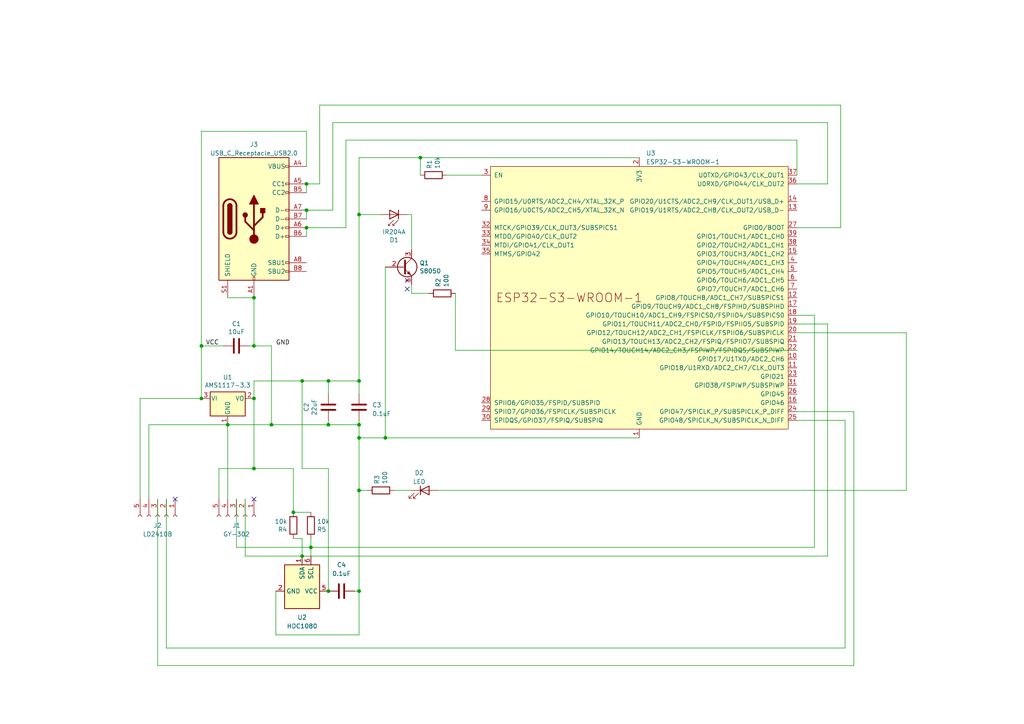
<source format=kicad_sch>
(kicad_sch (version 20230121) (generator eeschema)
  (paper "A4")
  (lib_symbols
    (symbol "Connector:Conn_01x05_Female" (pin_names (offset 1.016) hide)
      (property "Reference" "J" (at 0 7.62 0))
      (property "Value" "Conn_01x05_Female" (at 0 -7.62 0))
      (symbol "Conn_01x05_Female_1_1"
        (arc (start 0 -4.572) (mid -0.5058 -5.08) (end 0 -5.588) (stroke (width 0.1524)))
        (arc (start 0 -2.032) (mid -0.5058 -2.54) (end 0 -3.048) (stroke (width 0.1524)))
        (polyline (pts (xy -1.27 -5.08) (xy -0.508 -5.08)) (stroke (width 0.1524)))
        (polyline (pts (xy -1.27 -2.54) (xy -0.508 -2.54)) (stroke (width 0.1524)))
        (polyline (pts (xy -1.27 0) (xy -0.508 0)) (stroke (width 0.1524)))
        (polyline (pts (xy -1.27 2.54) (xy -0.508 2.54)) (stroke (width 0.1524)))
        (polyline (pts (xy -1.27 5.08) (xy -0.508 5.08)) (stroke (width 0.1524)))
        (arc (start 0 0.508) (mid -0.5058 0) (end 0 -0.508) (stroke (width 0.1524)))
        (arc (start 0 3.048) (mid -0.5058 2.54) (end 0 2.032) (stroke (width 0.1524)))
        (arc (start 0 5.588) (mid -0.5058 5.08) (end 0 4.572) (stroke (width 0.1524)))
        (pin passive line (at -5.08 5.08 0) (length 3.81) (name "Pin_1") (number "1"))
        (pin passive line (at -5.08 2.54 0) (length 3.81) (name "Pin_2") (number "2"))
        (pin passive line (at -5.08 0 0) (length 3.81) (name "Pin_3") (number "3"))
        (pin passive line (at -5.08 -2.54 0) (length 3.81) (name "Pin_4") (number "4"))
        (pin passive line (at -5.08 -5.08 0) (length 3.81) (name "Pin_5") (number "5"))
      )
    )
    (symbol "Connector:USB_C_Receptacle_USB2.0" (pin_names (offset 1.016))
      (property "Reference" "J" (at -10.16 19.05 0))
      (property "Value" "USB_C_Receptacle_USB2.0" (at 19.05 19.05 0))
      (symbol "USB_C_Receptacle_USB2.0_0_0"
        (rectangle (start -0.254 -17.78) (end 0.254 -16.764))
        (rectangle (start 10.16 -14.986) (end 9.144 -15.494))
        (rectangle (start 10.16 -12.446) (end 9.144 -12.954))
        (rectangle (start 10.16 -4.826) (end 9.144 -5.334))
        (rectangle (start 10.16 -2.286) (end 9.144 -2.794))
        (rectangle (start 10.16 0.254) (end 9.144 -0.254))
        (rectangle (start 10.16 2.794) (end 9.144 2.286))
        (rectangle (start 10.16 7.874) (end 9.144 7.366))
        (rectangle (start 10.16 10.414) (end 9.144 9.906))
        (rectangle (start 10.16 15.494) (end 9.144 14.986))
      )
      (symbol "USB_C_Receptacle_USB2.0_0_1"
        (rectangle (start -10.16 17.78) (end 10.16 -17.78) (stroke (width 0.254)) (fill (type background)))
        (arc (start -8.89 -3.81) (mid -6.985 -5.7067) (end -5.08 -3.81) (stroke (width 0.508)))
        (arc (start -7.62 -3.81) (mid -6.985 -4.4423) (end -6.35 -3.81) (stroke (width 0.254)))
        (arc (start -7.62 -3.81) (mid -6.985 -4.4423) (end -6.35 -3.81) (stroke (width 0.254)) (fill (type outline)))
        (rectangle (start -7.62 -3.81) (end -6.35 3.81) (stroke (width 0.254)) (fill (type outline)))
        (arc (start -6.35 3.81) (mid -6.985 4.4423) (end -7.62 3.81) (stroke (width 0.254)))
        (arc (start -6.35 3.81) (mid -6.985 4.4423) (end -7.62 3.81) (stroke (width 0.254)) (fill (type outline)))
        (arc (start -5.08 3.81) (mid -6.985 5.7067) (end -8.89 3.81) (stroke (width 0.508)))
        (circle (center -2.54 1.143) (radius 0.635) (stroke (width 0.254)) (fill (type outline)))
        (circle (center 0 -5.842) (radius 1.27) (fill (type outline)))
        (polyline (pts (xy -8.89 -3.81) (xy -8.89 3.81)) (stroke (width 0.508)))
        (polyline (pts (xy -5.08 3.81) (xy -5.08 -3.81)) (stroke (width 0.508)))
        (polyline (pts (xy 0 -5.842) (xy 0 4.318)) (stroke (width 0.508)))
        (polyline (pts (xy 0 -3.302) (xy -2.54 -0.762) (xy -2.54 0.508)) (stroke (width 0.508)))
        (polyline (pts (xy 0 -2.032) (xy 2.54 0.508) (xy 2.54 1.778)) (stroke (width 0.508)))
        (polyline (pts (xy -1.27 4.318) (xy 0 6.858) (xy 1.27 4.318) (xy -1.27 4.318)) (stroke (width 0.254)) (fill (type outline)))
        (rectangle (start 1.905 1.778) (end 3.175 3.048) (stroke (width 0.254)) (fill (type outline)))
      )
      (symbol "USB_C_Receptacle_USB2.0_1_1"
        (pin passive line (at 0 -22.86 90) (length 5.08) (name "GND") (number "A1"))
        (pin passive line (at 0 -22.86 90) (length 5.08) hide (name "GND") (number "A12"))
        (pin passive line (at 15.24 15.24 180) (length 5.08) (name "VBUS") (number "A4"))
        (pin bidirectional line (at 15.24 10.16 180) (length 5.08) (name "CC1") (number "A5"))
        (pin bidirectional line (at 15.24 -2.54 180) (length 5.08) (name "D+") (number "A6"))
        (pin bidirectional line (at 15.24 2.54 180) (length 5.08) (name "D-") (number "A7"))
        (pin bidirectional line (at 15.24 -12.7 180) (length 5.08) (name "SBU1") (number "A8"))
        (pin passive line (at 15.24 15.24 180) (length 5.08) hide (name "VBUS") (number "A9"))
        (pin passive line (at 0 -22.86 90) (length 5.08) hide (name "GND") (number "B1"))
        (pin passive line (at 0 -22.86 90) (length 5.08) hide (name "GND") (number "B12"))
        (pin passive line (at 15.24 15.24 180) (length 5.08) hide (name "VBUS") (number "B4"))
        (pin bidirectional line (at 15.24 7.62 180) (length 5.08) (name "CC2") (number "B5"))
        (pin bidirectional line (at 15.24 -5.08 180) (length 5.08) (name "D+") (number "B6"))
        (pin bidirectional line (at 15.24 0 180) (length 5.08) (name "D-") (number "B7"))
        (pin bidirectional line (at 15.24 -15.24 180) (length 5.08) (name "SBU2") (number "B8"))
        (pin passive line (at 15.24 15.24 180) (length 5.08) hide (name "VBUS") (number "B9"))
        (pin passive line (at -7.62 -22.86 90) (length 5.08) (name "SHIELD") (number "S1"))
      )
    )
    (symbol "Device:C" (pin_numbers hide) (pin_names (offset 0.254))
      (property "Reference" "C" (at 0.635 2.54 0))
      (property "Value" "C" (at 0.635 -2.54 0))
      (symbol "C_0_1"
        (polyline (pts (xy -2.032 -0.762) (xy 2.032 -0.762)) (stroke (width 0.508)))
        (polyline (pts (xy -2.032 0.762) (xy 2.032 0.762)) (stroke (width 0.508)))
      )
      (symbol "C_1_1"
        (pin passive line (at 0 3.81 270) (length 2.794) (name "~") (number "1"))
        (pin passive line (at 0 -3.81 90) (length 2.794) (name "~") (number "2"))
      )
    )
    (symbol "Device:LED" (pin_numbers hide) (pin_names (offset 1.016) hide)
      (property "Reference" "D" (at 0 2.54 0))
      (property "Value" "LED" (at 0 -2.54 0))
      (symbol "LED_0_1"
        (polyline (pts (xy -1.27 -1.27) (xy -1.27 1.27)) (stroke (width 0.254)))
        (polyline (pts (xy -1.27 0) (xy 1.27 0)))
        (polyline (pts (xy 1.27 -1.27) (xy 1.27 1.27) (xy -1.27 0) (xy 1.27 -1.27)) (stroke (width 0.254)))
        (polyline (pts (xy -3.048 -0.762) (xy -4.572 -2.286) (xy -3.81 -2.286) (xy -4.572 -2.286) (xy -4.572 -1.524)))
        (polyline (pts (xy -1.778 -0.762) (xy -3.302 -2.286) (xy -2.54 -2.286) (xy -3.302 -2.286) (xy -3.302 -1.524)))
      )
      (symbol "LED_1_1"
        (pin passive line (at -3.81 0 0) (length 2.54) (name "K") (number "1"))
        (pin passive line (at 3.81 0 180) (length 2.54) (name "A") (number "2"))
      )
    )
    (symbol "Device:R" (pin_numbers hide) (pin_names (offset 0))
      (property "Reference" "R" (at 2.032 0 90))
      (property "Value" "R" (at 0 0 90))
      (symbol "R_0_1"
        (rectangle (start -1.016 -2.54) (end 1.016 2.54) (stroke (width 0.254)))
      )
      (symbol "R_1_1"
        (pin passive line (at 0 3.81 270) (length 1.27) (name "~") (number "1"))
        (pin passive line (at 0 -3.81 90) (length 1.27) (name "~") (number "2"))
      )
    )
    (symbol "Espressif:ESP32-S3-WROOM-1" (pin_names (offset 1.016))
      (property "Reference" "U" (at -43.18 43.18 0))
      (property "Value" "ESP32-S3-WROOM-1" (at -43.18 40.64 0))
      (symbol "ESP32-S3-WROOM-1_0_0"
        (text "ESP32-S3-WROOM-1" (at -20.32 0 0) (effects (font (size 2.54 2.54))))
        (pin power_in line (at 0 -40.64 90) (length 2.54) (name "GND") (number "1"))
        (pin bidirectional line (at 45.72 -17.78 180) (length 2.54) (name "GPIO17/U1TXD/ADC2_CH6") (number "10"))
        (pin bidirectional line (at 45.72 -20.32 180) (length 2.54) (name "GPIO18/U1RXD/ADC2_CH7/CLK_OUT3") (number "11"))
        (pin bidirectional line (at 45.72 0 180) (length 2.54) (name "GPIO8/TOUCH8/ADC1_CH7/SUBSPICS1") (number "12"))
        (pin bidirectional line (at 45.72 25.4 180) (length 2.54) (name "GPIO19/U1RTS/ADC2_CH8/CLK_OUT2/USB_D-") (number "13"))
        (pin bidirectional line (at 45.72 27.94 180) (length 2.54) (name "GPIO20/U1CTS/ADC2_CH9/CLK_OUT1/USB_D+") (number "14"))
        (pin bidirectional line (at 45.72 12.7 180) (length 2.54) (name "GPIO3/TOUCH3/ADC1_CH2") (number "15"))
        (pin bidirectional line (at 45.72 -30.48 180) (length 2.54) (name "GPIO46") (number "16"))
        (pin bidirectional line (at 45.72 -2.54 180) (length 2.54) (name "GPIO9/TOUCH9/ADC1_CH8/FSPIHD/SUBSPIHD") (number "17"))
        (pin bidirectional line (at 45.72 -5.08 180) (length 2.54) (name "GPIO10/TOUCH10/ADC1_CH9/FSPICS0/FSPIIO4/SUBSPICS0") (number "18"))
        (pin bidirectional line (at 45.72 -7.62 180) (length 2.54) (name "GPIO11/TOUCH11/ADC2_CH0/FSPID/FSPIIO5/SUBSPID") (number "19"))
        (pin power_in line (at 0 40.64 270) (length 2.54) (name "3V3") (number "2"))
        (pin bidirectional line (at 45.72 -10.16 180) (length 2.54) (name "GPIO12/TOUCH12/ADC2_CH1/FSPICLK/FSPIIO6/SUBSPICLK") (number "20"))
        (pin bidirectional line (at 45.72 -12.7 180) (length 2.54) (name "GPIO13/TOUCH13/ADC2_CH2/FSPIQ/FSPIIO7/SUBSPIQ") (number "21"))
        (pin bidirectional line (at 45.72 -15.24 180) (length 2.54) (name "GPIO14/TOUCH14/ADC2_CH3/FSPIWP/FSPIDQS/SUBSPIWP") (number "22"))
        (pin bidirectional line (at 45.72 -22.86 180) (length 2.54) (name "GPIO21") (number "23"))
        (pin bidirectional line (at 45.72 -33.02 180) (length 2.54) (name "GPIO47/SPICLK_P/SUBSPICLK_P_DIFF") (number "24"))
        (pin bidirectional line (at 45.72 -35.56 180) (length 2.54) (name "GPIO48/SPICLK_N/SUBSPICLK_N_DIFF") (number "25"))
        (pin bidirectional line (at 45.72 -27.94 180) (length 2.54) (name "GPIO45") (number "26"))
        (pin bidirectional line (at 45.72 20.32 180) (length 2.54) (name "GPIO0/BOOT") (number "27"))
        (pin bidirectional line (at -45.72 -30.48 0) (length 2.54) (name "SPIIO6/GPIO35/FSPID/SUBSPID") (number "28"))
        (pin bidirectional line (at -45.72 -33.02 0) (length 2.54) (name "SPIIO7/GPIO36/FSPICLK/SUBSPICLK") (number "29"))
        (pin input line (at -45.72 35.56 0) (length 2.54) (name "EN") (number "3"))
        (pin bidirectional line (at -45.72 -35.56 0) (length 2.54) (name "SPIDQS/GPIO37/FSPIQ/SUBSPIQ") (number "30"))
        (pin bidirectional line (at 45.72 -25.4 180) (length 2.54) (name "GPIO38/FSPIWP/SUBSPIWP") (number "31"))
        (pin bidirectional line (at -45.72 20.32 0) (length 2.54) (name "MTCK/GPIO39/CLK_OUT3/SUBSPICS1") (number "32"))
        (pin bidirectional line (at -45.72 17.78 0) (length 2.54) (name "MTDO/GPIO40/CLK_OUT2") (number "33"))
        (pin bidirectional line (at -45.72 15.24 0) (length 2.54) (name "MTDI/GPIO41/CLK_OUT1") (number "34"))
        (pin bidirectional line (at -45.72 12.7 0) (length 2.54) (name "MTMS/GPIO42") (number "35"))
        (pin bidirectional line (at 45.72 33.02 180) (length 2.54) (name "U0RXD/GPIO44/CLK_OUT2") (number "36"))
        (pin bidirectional line (at 45.72 35.56 180) (length 2.54) (name "U0TXD/GPIO43/CLK_OUT1") (number "37"))
        (pin bidirectional line (at 45.72 15.24 180) (length 2.54) (name "GPIO2/TOUCH2/ADC1_CH1") (number "38"))
        (pin bidirectional line (at 45.72 17.78 180) (length 2.54) (name "GPIO1/TOUCH1/ADC1_CH0") (number "39"))
        (pin bidirectional line (at 45.72 10.16 180) (length 2.54) (name "GPIO4/TOUCH4/ADC1_CH3") (number "4"))
        (pin passive line (at 0 -40.64 90) (length 2.54) hide (name "GND") (number "40"))
        (pin passive line (at 0 -40.64 90) (length 2.54) hide (name "GND") (number "41"))
        (pin bidirectional line (at 45.72 7.62 180) (length 2.54) (name "GPIO5/TOUCH5/ADC1_CH4") (number "5"))
        (pin bidirectional line (at 45.72 5.08 180) (length 2.54) (name "GPIO6/TOUCH6/ADC1_CH5") (number "6"))
        (pin bidirectional line (at 45.72 2.54 180) (length 2.54) (name "GPIO7/TOUCH7/ADC1_CH6") (number "7"))
        (pin bidirectional line (at -45.72 27.94 0) (length 2.54) (name "GPIO15/U0RTS/ADC2_CH4/XTAL_32K_P") (number "8"))
        (pin bidirectional line (at -45.72 25.4 0) (length 2.54) (name "GPIO16/U0CTS/ADC2_CH5/XTAL_32K_N") (number "9"))
      )
      (symbol "ESP32-S3-WROOM-1_0_1"
        (rectangle (start -43.18 38.1) (end 43.18 -38.1) (fill (type background)))
      )
    )
    (symbol "LED:IR204A" (pin_numbers hide) (pin_names (offset 1.016) hide)
      (property "Reference" "D" (at 0.508 1.778 0))
      (property "Value" "IR204A" (at -1.016 -2.794 0))
      (symbol "IR204A_0_1"
        (polyline (pts (xy -2.54 1.27) (xy -2.54 -1.27)) (stroke (width 0.254)))
        (polyline (pts (xy 0 0) (xy -2.54 0)))
        (polyline (pts (xy 0.381 3.175) (xy -0.127 3.175)))
        (polyline (pts (xy -1.143 1.651) (xy 0.381 3.175) (xy 0.381 2.667)))
        (polyline (pts (xy 0 1.27) (xy -2.54 0) (xy 0 -1.27) (xy 0 1.27)) (stroke (width 0.254)))
        (polyline (pts (xy -2.413 1.651) (xy -0.889 3.175) (xy -0.889 2.667) (xy -0.889 3.175) (xy -1.397 3.175)))
      )
      (symbol "IR204A_1_1"
        (pin passive line (at -5.08 0 0) (length 2.54) (name "K") (number "1"))
        (pin passive line (at 2.54 0 180) (length 2.54) (name "A") (number "2"))
      )
    )
    (symbol "Regulator_Linear:AMS1117-3.3" (pin_names (offset 0.254))
      (property "Reference" "U" (at -3.81 3.175 0))
      (property "Value" "AMS1117-3.3" (at 0 3.175 0))
      (symbol "AMS1117-3.3_0_1"
        (rectangle (start -5.08 -5.08) (end 5.08 1.905) (stroke (width 0.254)) (fill (type background)))
      )
      (symbol "AMS1117-3.3_1_1"
        (pin power_in line (at 0 -7.62 90) (length 2.54) (name "GND") (number "1"))
        (pin power_out line (at 7.62 0 180) (length 2.54) (name "VO") (number "2"))
        (pin power_in line (at -7.62 0 0) (length 2.54) (name "VI") (number "3"))
      )
    )
    (symbol "Sensor_Humidity:HDC1080"
      (property "Reference" "U" (at -6.35 6.35 0))
      (property "Value" "HDC1080" (at 3.81 6.35 0))
      (symbol "HDC1080_0_1"
        (rectangle (start -7.62 5.08) (end 5.08 -5.08) (stroke (width 0.254)) (fill (type background)))
      )
      (symbol "HDC1080_1_1"
        (pin bidirectional line (at 7.62 0 180) (length 2.54) (name "SDA") (number "1"))
        (pin power_in line (at -2.54 -7.62 90) (length 2.54) (name "GND") (number "2"))
        (pin no_connect line (at -7.62 0 0) (length 2.54) hide (name "NC") (number "3"))
        (pin no_connect line (at -7.62 -2.54 0) (length 2.54) hide (name "NC") (number "4"))
        (pin power_in line (at -2.54 7.62 270) (length 2.54) (name "VCC") (number "5"))
        (pin input line (at 7.62 2.54 180) (length 2.54) (name "SCL") (number "6"))
        (pin no_connect line (at -7.62 2.54 0) (length 2.54) hide (name "DAP") (number "7"))
      )
    )
    (symbol "Transistor_BJT:S8050" (pin_names (offset 0) hide)
      (property "Reference" "Q" (at 5.08 1.905 0))
      (property "Value" "S8050" (at 5.08 0 0))
      (symbol "S8050_0_1"
        (polyline (pts (xy 0 0) (xy 0.635 0)))
        (polyline (pts (xy 0.635 0.635) (xy 2.54 2.54)))
        (polyline (pts (xy 0.635 -0.635) (xy 2.54 -2.54) (xy 2.54 -2.54)))
        (polyline (pts (xy 0.635 1.905) (xy 0.635 -1.905) (xy 0.635 -1.905)) (stroke (width 0.508)))
        (polyline (pts (xy 1.27 -1.778) (xy 1.778 -1.27) (xy 2.286 -2.286) (xy 1.27 -1.778) (xy 1.27 -1.778)) (fill (type outline)))
        (circle (center 1.27 0) (radius 2.8194) (stroke (width 0.254)))
      )
      (symbol "S8050_1_1"
        (pin passive line (at 2.54 -5.08 90) (length 2.54) (name "E") (number "1"))
        (pin input line (at -5.08 0 0) (length 5.08) (name "B") (number "2"))
        (pin passive line (at 2.54 5.08 270) (length 2.54) (name "C") (number "3"))
      )
    )
  )
  (junction (at 58.42 115.57))
  (junction (at 78.74 123.19))
  (junction (at 73.66 100.33))
  (junction (at 95.25 123.19))
  (junction (at 95.25 110.49))
  (junction (at 95.25 171.45))
  (junction (at 85.09 148.59))
  (junction (at 104.14 123.19))
  (junction (at 88.9 53.34))
  (junction (at 73.66 135.89))
  (junction (at 90.17 158.75))
  (junction (at 104.14 127))
  (junction (at 104.14 110.49))
  (junction (at 66.04 123.19))
  (junction (at 58.42 100.33))
  (junction (at 73.66 86.36))
  (junction (at 104.14 171.45))
  (junction (at 87.63 110.49))
  (junction (at 87.63 161.29))
  (junction (at 88.9 66.04))
  (junction (at 88.9 60.96))
  (junction (at 73.66 115.57))
  (junction (at 111.76 127))
  (junction (at 121.92 45.72))
  (junction (at 104.14 142.24))
  (junction (at 104.14 62.23))
  (no_connect (at 118.11 83.82))
  (no_connect (at 50.8 144.78))
  (no_connect (at 73.66 144.78))
  (no_connect (at 118.11 81.28))
  (wire (pts (xy 104.14 127) (xy 104.14 142.24)))
  (wire (pts (xy 104.14 142.24) (xy 104.14 171.45)))
  (wire (pts (xy 95.25 135.89) (xy 87.63 135.89)))
  (wire (pts (xy 95.25 171.45) (xy 95.25 135.89)))
  (wire (pts (xy 104.14 123.19) (xy 104.14 121.92)))
  (wire (pts (xy 64.77 100.33) (xy 58.42 100.33)))
  (wire (pts (xy 45.72 193.04) (xy 247.65 193.04)))
  (wire (pts (xy 73.66 135.89) (xy 73.66 115.57)))
  (wire (pts (xy 71.12 161.29) (xy 87.63 161.29)))
  (wire (pts (xy 231.14 40.64) (xy 231.14 50.8)))
  (wire (pts (xy 90.17 156.21) (xy 90.17 158.75)))
  (wire (pts (xy 96.52 35.56) (xy 240.03 35.56)))
  (wire (pts (xy 88.9 66.04) (xy 100.33 66.04)))
  (wire (pts (xy 236.22 158.75) (xy 236.22 91.44)))
  (wire (pts (xy 88.9 66.04) (xy 88.9 68.58)))
  (wire (pts (xy 87.63 161.29) (xy 240.03 161.29)))
  (wire (pts (xy 71.12 144.78) (xy 71.12 161.29)))
  (wire (pts (xy 121.92 45.72) (xy 121.92 50.8)))
  (wire (pts (xy 104.14 45.72) (xy 121.92 45.72)))
  (wire (pts (xy 231.14 121.92) (xy 245.11 121.92)))
  (wire (pts (xy 58.42 38.1) (xy 58.42 100.33)))
  (wire (pts (xy 231.14 96.52) (xy 262.89 96.52)))
  (wire (pts (xy 104.14 127) (xy 111.76 127)))
  (wire (pts (xy 240.03 161.29) (xy 240.03 93.98)))
  (wire (pts (xy 104.14 62.23) (xy 104.14 45.72)))
  (wire (pts (xy 236.22 91.44) (xy 231.14 91.44)))
  (wire (pts (xy 231.14 93.98) (xy 240.03 93.98)))
  (wire (pts (xy 119.38 82.55) (xy 119.38 85.09)))
  (wire (pts (xy 88.9 53.34) (xy 92.71 53.34)))
  (wire (pts (xy 88.9 60.96) (xy 96.52 60.96)))
  (wire (pts (xy 247.65 119.38) (xy 247.65 193.04)))
  (wire (pts (xy 58.42 100.33) (xy 58.42 115.57)))
  (wire (pts (xy 78.74 123.19) (xy 95.25 123.19)))
  (wire (pts (xy 118.11 62.23) (xy 119.38 62.23)))
  (wire (pts (xy 87.63 135.89) (xy 87.63 110.49)))
  (wire (pts (xy 73.66 86.36) (xy 73.66 100.33)))
  (wire (pts (xy 72.39 100.33) (xy 73.66 100.33)))
  (wire (pts (xy 95.25 123.19) (xy 95.25 121.92)))
  (wire (pts (xy 262.89 96.52) (xy 262.89 142.24)))
  (wire (pts (xy 40.64 144.78) (xy 40.64 115.57)))
  (wire (pts (xy 102.87 171.45) (xy 104.14 171.45)))
  (wire (pts (xy 96.52 60.96) (xy 96.52 35.56)))
  (wire (pts (xy 114.3 142.24) (xy 119.38 142.24)))
  (wire (pts (xy 104.14 171.45) (xy 104.14 184.15)))
  (wire (pts (xy 66.04 123.19) (xy 78.74 123.19)))
  (wire (pts (xy 90.17 158.75) (xy 236.22 158.75)))
  (wire (pts (xy 85.09 148.59) (xy 90.17 148.59)))
  (wire (pts (xy 48.26 187.96) (xy 48.26 144.78)))
  (wire (pts (xy 243.84 66.04) (xy 231.14 66.04)))
  (wire (pts (xy 104.14 142.24) (xy 106.68 142.24)))
  (wire (pts (xy 90.17 158.75) (xy 90.17 161.29)))
  (wire (pts (xy 68.58 144.78) (xy 68.58 158.75)))
  (wire (pts (xy 87.63 156.21) (xy 85.09 156.21)))
  (wire (pts (xy 121.92 45.72) (xy 185.42 45.72)))
  (wire (pts (xy 104.14 110.49) (xy 104.14 114.3)))
  (wire (pts (xy 104.14 62.23) (xy 104.14 110.49)))
  (wire (pts (xy 92.71 53.34) (xy 92.71 30.48)))
  (wire (pts (xy 68.58 158.75) (xy 90.17 158.75)))
  (wire (pts (xy 95.25 123.19) (xy 104.14 123.19)))
  (wire (pts (xy 95.25 110.49) (xy 104.14 110.49)))
  (wire (pts (xy 80.01 184.15) (xy 104.14 184.15)))
  (wire (pts (xy 78.74 100.33) (xy 78.74 123.19)))
  (wire (pts (xy 88.9 53.34) (xy 88.9 55.88)))
  (wire (pts (xy 88.9 38.1) (xy 88.9 48.26)))
  (wire (pts (xy 73.66 100.33) (xy 78.74 100.33)))
  (wire (pts (xy 66.04 86.36) (xy 73.66 86.36)))
  (wire (pts (xy 45.72 144.78) (xy 45.72 193.04)))
  (wire (pts (xy 240.03 35.56) (xy 240.03 53.34)))
  (wire (pts (xy 132.08 85.09) (xy 132.08 101.6)))
  (wire (pts (xy 119.38 72.39) (xy 119.38 62.23)))
  (wire (pts (xy 104.14 123.19) (xy 104.14 127)))
  (wire (pts (xy 95.25 110.49) (xy 95.25 114.3)))
  (wire (pts (xy 58.42 38.1) (xy 88.9 38.1)))
  (wire (pts (xy 73.66 115.57) (xy 73.66 110.49)))
  (wire (pts (xy 66.04 123.19) (xy 66.04 144.78)))
  (wire (pts (xy 63.5 144.78) (xy 63.5 135.89)))
  (wire (pts (xy 100.33 40.64) (xy 231.14 40.64)))
  (wire (pts (xy 119.38 85.09) (xy 124.46 85.09)))
  (wire (pts (xy 87.63 161.29) (xy 87.63 156.21)))
  (wire (pts (xy 88.9 60.96) (xy 88.9 63.5)))
  (wire (pts (xy 111.76 127) (xy 185.42 127)))
  (wire (pts (xy 87.63 110.49) (xy 95.25 110.49)))
  (wire (pts (xy 63.5 135.89) (xy 73.66 135.89)))
  (wire (pts (xy 104.14 62.23) (xy 110.49 62.23)))
  (wire (pts (xy 245.11 187.96) (xy 48.26 187.96)))
  (wire (pts (xy 92.71 30.48) (xy 243.84 30.48)))
  (wire (pts (xy 43.18 144.78) (xy 43.18 123.19)))
  (wire (pts (xy 43.18 123.19) (xy 66.04 123.19)))
  (wire (pts (xy 85.09 135.89) (xy 73.66 135.89)))
  (wire (pts (xy 129.54 50.8) (xy 139.7 50.8)))
  (wire (pts (xy 127 142.24) (xy 262.89 142.24)))
  (wire (pts (xy 80.01 171.45) (xy 80.01 184.15)))
  (wire (pts (xy 243.84 30.48) (xy 243.84 66.04)))
  (wire (pts (xy 100.33 66.04) (xy 100.33 40.64)))
  (wire (pts (xy 231.14 119.38) (xy 247.65 119.38)))
  (wire (pts (xy 73.66 110.49) (xy 87.63 110.49)))
  (wire (pts (xy 240.03 53.34) (xy 231.14 53.34)))
  (wire (pts (xy 245.11 121.92) (xy 245.11 187.96)))
  (wire (pts (xy 40.64 115.57) (xy 58.42 115.57)))
  (wire (pts (xy 111.76 77.47) (xy 111.76 127)))
  (wire (pts (xy 85.09 148.59) (xy 85.09 135.89)))
  (wire (pts (xy 132.08 101.6) (xy 231.14 101.6)))
  (label "VCC" (at 59.69 100.33 0))
  (label "GND" (at 80.01 100.33 0))
  (symbol (lib_id "Device:R") (at 125.73 50.8 90) (unit 1)
    (property "Reference" "R1" (at 124.5616 49.022 0) (effects (justify left)))
    (property "Value" "10k" (at 126.873 49.022 0) (effects (justify left)))
    (property "Footprint" "Resistor_SMD:R_0805_2012Metric" (effects hide))
  )
  (symbol (lib_id "Device:C") (at 68.58 100.33 270) (unit 1)
    (property "Reference" "C1" (at 68.58 93.9292 90))
    (property "Value" "10uF" (at 68.58 96.2406 90))
    (property "Footprint" "Capacitor_SMD:C_0805_2012Metric" (effects hide))
  )
  (symbol (lib_id "Device:C") (at 95.25 118.11 0) (unit 1)
    (property "Reference" "C2" (at 88.8492 118.11 90))
    (property "Value" "22uF" (at 91.1606 118.11 90))
    (property "Footprint" "Capacitor_SMD:C_0805_2012Metric" (effects hide))
  )
  (symbol (lib_id "Regulator_Linear:AMS1117-3.3") (at 66.04 115.57 0) (unit 1)
    (property "Reference" "U1" (at 66.04 109.4232 0))
    (property "Value" "AMS1117-3.3" (at 66.04 111.7346 0))
    (property "Footprint" "Package_TO_SOT_SMD:SOT-223-3_TabPin2" (effects hide))
    (property "Datasheet" "http://www.advanced-monolithic.com/pdf/ds1117.pdf" (effects hide))
  )
  (symbol (lib_id "Transistor_BJT:S8050") (at 116.84 77.47 0) (unit 1)
    (property "Reference" "Q1" (at 121.666 76.3016 0) (effects (justify left)))
    (property "Value" "S8050" (at 121.666 78.613 0) (effects (justify left)))
    (property "Footprint" "Package_TO_SOT_SMD:SOT-23" (effects hide))
    (property "Datasheet" "http://www.unisonic.com.tw/datasheet/S8050.pdf" (effects hide))
  )
  (symbol (lib_id "LED:IR204A") (at 113.03 62.23 180) (unit 1)
    (property "Reference" "D1" (at 114.3 69.596 0))
    (property "Value" "IR204A" (at 114.3 67.2846 0))
    (property "Footprint" "LED_THT:LED_D3.0mm_IRBlack" (effects hide))
    (property "Datasheet" "http://www.everlight.com/file/ProductFile/IR204-A.pdf" (effects hide))
  )
  (symbol (lib_id "Device:R") (at 85.09 152.4 180) (unit 1)
    (property "Reference" "R4" (at 83.312 153.5684 0) (effects (justify left)))
    (property "Value" "10k" (at 83.312 151.257 0) (effects (justify left)))
    (property "Footprint" "Resistor_SMD:R_0805_2012Metric" (effects hide))
  )
  (symbol (lib_id "Device:R") (at 128.27 85.09 90) (unit 1)
    (property "Reference" "R2" (at 127.1016 83.312 0) (effects (justify left)))
    (property "Value" "100" (at 129.413 83.312 0) (effects (justify left)))
    (property "Footprint" "Resistor_SMD:R_0805_2012Metric" (effects hide))
  )
  (symbol (lib_id "Connector:Conn_01x05_Female") (at 45.72 149.86 270) (unit 1)
    (property "Reference" "J2" (at 45.72 152.4 90))
    (property "Value" "LD2410B" (at 45.72 154.94 90))
    (property "Footprint" "Connector_PinSocket_1.27mm:PinSocket_1x05_P1.27mm_Vertical" (effects hide))
  )
  (symbol (lib_id "Connector:USB_C_Receptacle_USB2.0") (at 73.66 63.5 0) (unit 1)
    (property "Reference" "J3" (at 73.66 41.91 0))
    (property "Value" "USB_C_Receptacle_USB2.0" (at 73.66 44.45 0))
    (property "Footprint" "Connector_USB:USB_C_Receptacle_G-Switch_GT-USB-7010ASV" (effects hide))
    (property "Datasheet" "https://www.usb.org/sites/default/files/documents/usb_type-c.zip" (effects hide))
  )
  (symbol (lib_id "Device:R") (at 110.49 142.24 90) (unit 1)
    (property "Reference" "R3" (at 109.3216 140.462 0) (effects (justify left)))
    (property "Value" "100" (at 111.633 140.462 0) (effects (justify left)))
    (property "Footprint" "Resistor_SMD:R_0805_2012Metric" (effects hide))
  )
  (symbol (lib_id "Espressif:ESP32-S3-WROOM-1") (at 185.42 86.36 0) (unit 1)
    (property "Reference" "U3" (at 187.3759 44.45 0) (effects (justify left)))
    (property "Value" "ESP32-S3-WROOM-1" (at 187.3759 46.99 0) (effects (justify left)))
    (property "Footprint" "Espressif:ESP32-S3-WROOM-1" (effects hide))
    (property "Datasheet" "https://www.espressif.com/sites/default/files/documentation/esp32-s3-wroom-1_wroom-1u_datasheet_en.pdf" (effects hide))
  )
  (symbol (lib_id "Device:C") (at 99.06 171.45 90) (unit 1)
    (property "Reference" "C4" (at 99.06 163.83 90))
    (property "Value" "0.1uF" (at 99.06 166.37 90))
    (property "Footprint" "Capacitor_SMD:C_0805_2012Metric" (effects hide))
  )
  (symbol (lib_id "Device:LED") (at 123.19 142.24 0) (unit 1)
    (property "Reference" "D2" (at 121.6025 137.16 0))
    (property "Value" "LED" (at 121.6025 139.7 0))
    (property "Footprint" "Diode_SMD:D_0805_2012Metric" (effects hide))
  )
  (symbol (lib_id "Connector:Conn_01x05_Female") (at 68.58 149.86 270) (unit 1)
    (property "Reference" "J1" (at 68.58 152.4 90))
    (property "Value" "GY-302" (at 68.58 154.94 90))
    (property "Footprint" "Connector_PinSocket_2.54mm:PinSocket_1x05_P2.54mm_Vertical" (effects hide))
  )
  (symbol (lib_id "Device:R") (at 90.17 152.4 0) (mirror x) (unit 1)
    (property "Reference" "R5" (at 91.948 153.5684 0) (effects (justify left)))
    (property "Value" "10k" (at 91.948 151.257 0) (effects (justify left)))
    (property "Footprint" "Resistor_SMD:R_0805_2012Metric" (effects hide))
  )
  (symbol (lib_id "Sensor_Humidity:HDC1080") (at 87.63 168.91 270) (mirror x) (unit 1)
    (property "Reference" "U2" (at 87.63 179.07 90))
    (property "Value" "HDC1080" (at 87.63 181.61 90))
    (property "Footprint" "Package_SON:Texas_PWSON-N6" (effects hide))
    (property "Datasheet" "http://www.ti.com/lit/ds/symlink/hdc1080.pdf" (effects hide))
  )
  (symbol (lib_id "Device:C") (at 104.14 118.11 0) (unit 1)
    (property "Reference" "C3" (at 107.95 117.475 0) (effects (justify left)))
    (property "Value" "0.1uF" (at 107.95 120.015 0) (effects (justify left)))
    (property "Footprint" "Capacitor_SMD:C_0805_2012Metric" (effects hide))
  )
)
</source>
